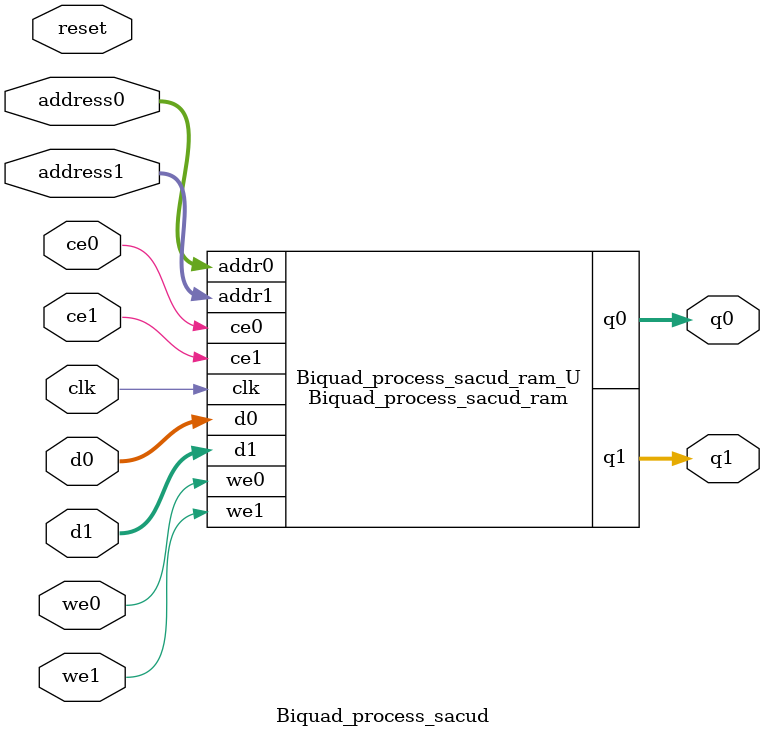
<source format=v>

`timescale 1 ns / 1 ps
module Biquad_process_sacud_ram (addr0, ce0, d0, we0, q0, addr1, ce1, d1, we1, q1,  clk);

parameter DWIDTH = 32;
parameter AWIDTH = 3;
parameter MEM_SIZE = 5;

input[AWIDTH-1:0] addr0;
input ce0;
input[DWIDTH-1:0] d0;
input we0;
output reg[DWIDTH-1:0] q0;
input[AWIDTH-1:0] addr1;
input ce1;
input[DWIDTH-1:0] d1;
input we1;
output reg[DWIDTH-1:0] q1;
input clk;

(* ram_style = "block" *)reg [DWIDTH-1:0] ram[0:MEM_SIZE-1];




always @(posedge clk)  
begin 
    if (ce0) 
    begin
        if (we0) 
        begin 
            ram[addr0] <= d0; 
            q0 <= d0;
        end 
        else 
            q0 <= ram[addr0];
    end
end


always @(posedge clk)  
begin 
    if (ce1) 
    begin
        if (we1) 
        begin 
            ram[addr1] <= d1; 
            q1 <= d1;
        end 
        else 
            q1 <= ram[addr1];
    end
end


endmodule


`timescale 1 ns / 1 ps
module Biquad_process_sacud(
    reset,
    clk,
    address0,
    ce0,
    we0,
    d0,
    q0,
    address1,
    ce1,
    we1,
    d1,
    q1);

parameter DataWidth = 32'd32;
parameter AddressRange = 32'd5;
parameter AddressWidth = 32'd3;
input reset;
input clk;
input[AddressWidth - 1:0] address0;
input ce0;
input we0;
input[DataWidth - 1:0] d0;
output[DataWidth - 1:0] q0;
input[AddressWidth - 1:0] address1;
input ce1;
input we1;
input[DataWidth - 1:0] d1;
output[DataWidth - 1:0] q1;



Biquad_process_sacud_ram Biquad_process_sacud_ram_U(
    .clk( clk ),
    .addr0( address0 ),
    .ce0( ce0 ),
    .d0( d0 ),
    .we0( we0 ),
    .q0( q0 ),
    .addr1( address1 ),
    .ce1( ce1 ),
    .d1( d1 ),
    .we1( we1 ),
    .q1( q1 ));

endmodule


</source>
